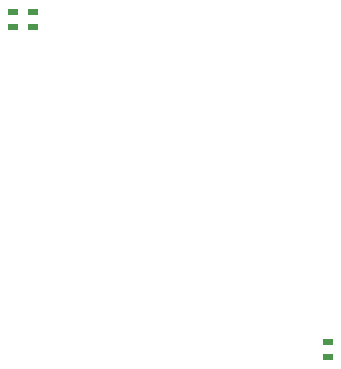
<source format=gbp>
%FSLAX43Y43*%
%MOMM*%
G71*
G01*
G75*
G04 Layer_Color=128*
%ADD10R,0.650X0.600*%
%ADD11R,0.500X0.600*%
%ADD12R,0.800X0.800*%
%ADD13R,0.900X1.300*%
%ADD14R,1.300X0.900*%
%ADD15R,0.800X0.800*%
%ADD16R,0.850X0.600*%
%ADD17R,0.600X0.850*%
%ADD18R,0.600X0.650*%
%ADD19R,0.600X0.500*%
%ADD20O,1.800X0.300*%
%ADD21O,0.300X1.800*%
%ADD22O,2.100X0.450*%
%ADD23R,2.400X3.300*%
%ADD24R,2.400X1.000*%
%ADD25O,0.510X2.000*%
%ADD26R,0.510X2.000*%
%ADD27R,2.400X2.500*%
%ADD28R,2.500X2.500*%
%ADD29O,1.650X0.550*%
%ADD30O,0.700X0.200*%
%ADD31O,0.200X0.700*%
%ADD32C,0.254*%
%ADD33C,0.200*%
%ADD34C,1.000*%
%ADD35C,0.250*%
%ADD36C,1.500*%
%ADD37C,0.500*%
%ADD38C,0.245*%
%ADD39O,1.800X1.524*%
%ADD40O,1.800X1.500*%
%ADD41O,5.000X4.000*%
%ADD42C,3.000*%
%ADD43P,1.524X8X112.5*%
%ADD44C,0.600*%
%ADD45C,5.000*%
%ADD46C,1.700*%
%ADD47O,1.700X3.556*%
G04:AMPARAMS|DCode=48|XSize=2.032mm|YSize=1.524mm|CornerRadius=0mm|HoleSize=0mm|Usage=FLASHONLY|Rotation=270.000|XOffset=0mm|YOffset=0mm|HoleType=Round|Shape=Octagon|*
%AMOCTAGOND48*
4,1,8,-0.381,-1.016,0.381,-1.016,0.762,-0.635,0.762,0.635,0.381,1.016,-0.381,1.016,-0.762,0.635,-0.762,-0.635,-0.381,-1.016,0.0*
%
%ADD48OCTAGOND48*%

%ADD49O,2.400X1.800*%
%ADD50R,2.400X1.800*%
G04:AMPARAMS|DCode=51|XSize=1.2mm|YSize=1.6mm|CornerRadius=0.3mm|HoleSize=0mm|Usage=FLASHONLY|Rotation=270.000|XOffset=0mm|YOffset=0mm|HoleType=Round|Shape=RoundedRectangle|*
%AMROUNDEDRECTD51*
21,1,1.200,1.000,0,0,270.0*
21,1,0.600,1.600,0,0,270.0*
1,1,0.600,-0.500,-0.300*
1,1,0.600,-0.500,0.300*
1,1,0.600,0.500,0.300*
1,1,0.600,0.500,-0.300*
%
%ADD51ROUNDEDRECTD51*%
%ADD52R,1.600X1.200*%
%ADD53C,1.397*%
%ADD54C,3.800*%
%ADD55O,1.600X1.900*%
%ADD56R,1.600X1.900*%
%ADD57C,2.032*%
%ADD58R,2.032X2.032*%
%ADD59C,1.500*%
%ADD60R,1.500X1.500*%
%ADD61R,1.500X1.500*%
%ADD62C,2.500*%
%ADD63P,2.337X8X202.5*%
%ADD64C,0.700*%
%ADD65C,1.000*%
%ADD66C,0.255*%
%ADD67C,0.800*%
%ADD68C,0.178*%
%ADD69C,0.860*%
%ADD70C,0.127*%
%ADD71C,0.600*%
%ADD72C,0.152*%
%ADD73C,0.203*%
%ADD74C,0.762*%
%ADD75C,0.051*%
%ADD76C,0.120*%
%ADD77C,0.150*%
%ADD78R,17.755X3.175*%
%ADD79R,2.159X1.905*%
%ADD80R,0.508X0.508*%
%ADD81R,1.778X0.254*%
%ADD82R,0.701X0.651*%
%ADD83R,0.551X0.651*%
%ADD84R,1.003X1.003*%
%ADD85R,1.103X1.503*%
%ADD86R,1.503X1.103*%
%ADD87R,1.003X1.003*%
%ADD88R,1.053X0.803*%
%ADD89R,0.803X1.053*%
%ADD90R,0.651X0.701*%
%ADD91R,0.651X0.551*%
%ADD92O,2.003X0.503*%
%ADD93O,0.503X2.003*%
%ADD94O,2.303X0.653*%
%ADD95R,2.603X3.503*%
%ADD96R,2.603X1.203*%
%ADD97O,0.713X2.203*%
%ADD98R,0.713X2.203*%
%ADD99R,2.603X2.703*%
%ADD100R,2.703X2.703*%
%ADD101O,1.853X0.753*%
%ADD102O,0.903X0.403*%
%ADD103O,0.403X0.903*%
%ADD104O,2.003X1.727*%
%ADD105O,2.003X1.703*%
%ADD106O,5.203X4.203*%
%ADD107C,3.203*%
%ADD108P,1.744X8X112.5*%
%ADD109C,0.803*%
%ADD110C,5.200*%
%ADD111C,1.903*%
%ADD112O,1.903X3.759*%
G04:AMPARAMS|DCode=113|XSize=2.235mm|YSize=1.727mm|CornerRadius=0mm|HoleSize=0mm|Usage=FLASHONLY|Rotation=270.000|XOffset=0mm|YOffset=0mm|HoleType=Round|Shape=Octagon|*
%AMOCTAGOND113*
4,1,8,-0.432,-1.118,0.432,-1.118,0.864,-0.686,0.864,0.686,0.432,1.118,-0.432,1.118,-0.864,0.686,-0.864,-0.686,-0.432,-1.118,0.0*
%
%ADD113OCTAGOND113*%

%ADD114O,2.603X2.003*%
%ADD115R,2.603X2.003*%
G04:AMPARAMS|DCode=116|XSize=1.403mm|YSize=1.803mm|CornerRadius=0.402mm|HoleSize=0mm|Usage=FLASHONLY|Rotation=270.000|XOffset=0mm|YOffset=0mm|HoleType=Round|Shape=RoundedRectangle|*
%AMROUNDEDRECTD116*
21,1,1.403,1.000,0,0,270.0*
21,1,0.600,1.803,0,0,270.0*
1,1,0.803,-0.500,-0.300*
1,1,0.803,-0.500,0.300*
1,1,0.803,0.500,0.300*
1,1,0.803,0.500,-0.300*
%
%ADD116ROUNDEDRECTD116*%
%ADD117R,1.803X1.403*%
%ADD118C,1.600*%
%ADD119C,4.003*%
%ADD120O,1.803X2.103*%
%ADD121R,1.803X2.103*%
%ADD122C,2.235*%
%ADD123R,2.235X2.235*%
%ADD124C,1.703*%
%ADD125R,1.703X1.703*%
%ADD126R,1.703X1.703*%
%ADD127C,2.703*%
%ADD128P,2.557X8X202.5*%
D16*
X96647Y114808D02*
D03*
Y116052D02*
D03*
X69977Y142748D02*
D03*
Y143992D02*
D03*
X71628Y142748D02*
D03*
Y143992D02*
D03*
M02*

</source>
